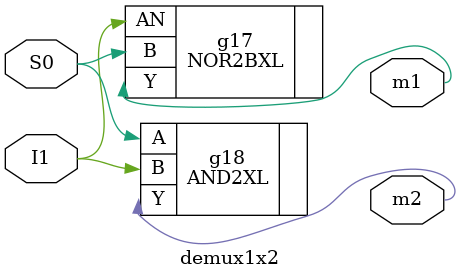
<source format=v>


// Verification Directory fv/demux1x2 

module demux1x2(I1, S0, m1, m2);
  input I1, S0;
  output m1, m2;
  wire I1, S0;
  wire m1, m2;
  NOR2BXL g17(.AN (I1), .B (S0), .Y (m1));
  AND2XL g18(.A (S0), .B (I1), .Y (m2));
endmodule


</source>
